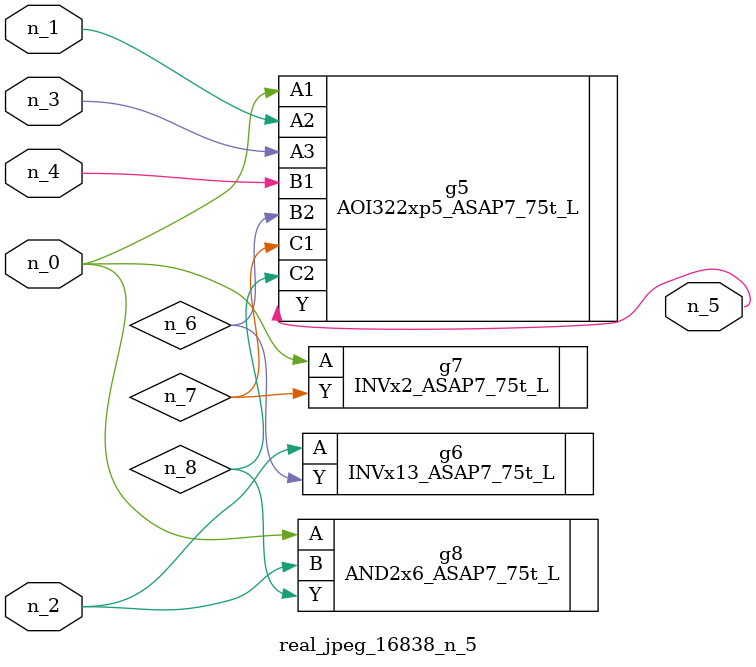
<source format=v>
module real_jpeg_16838_n_5 (n_4, n_0, n_1, n_2, n_3, n_5);

input n_4;
input n_0;
input n_1;
input n_2;
input n_3;

output n_5;

wire n_8;
wire n_6;
wire n_7;

AOI322xp5_ASAP7_75t_L g5 ( 
.A1(n_0),
.A2(n_1),
.A3(n_3),
.B1(n_4),
.B2(n_6),
.C1(n_7),
.C2(n_8),
.Y(n_5)
);

INVx2_ASAP7_75t_L g7 ( 
.A(n_0),
.Y(n_7)
);

AND2x6_ASAP7_75t_L g8 ( 
.A(n_0),
.B(n_2),
.Y(n_8)
);

INVx13_ASAP7_75t_L g6 ( 
.A(n_2),
.Y(n_6)
);


endmodule
</source>
